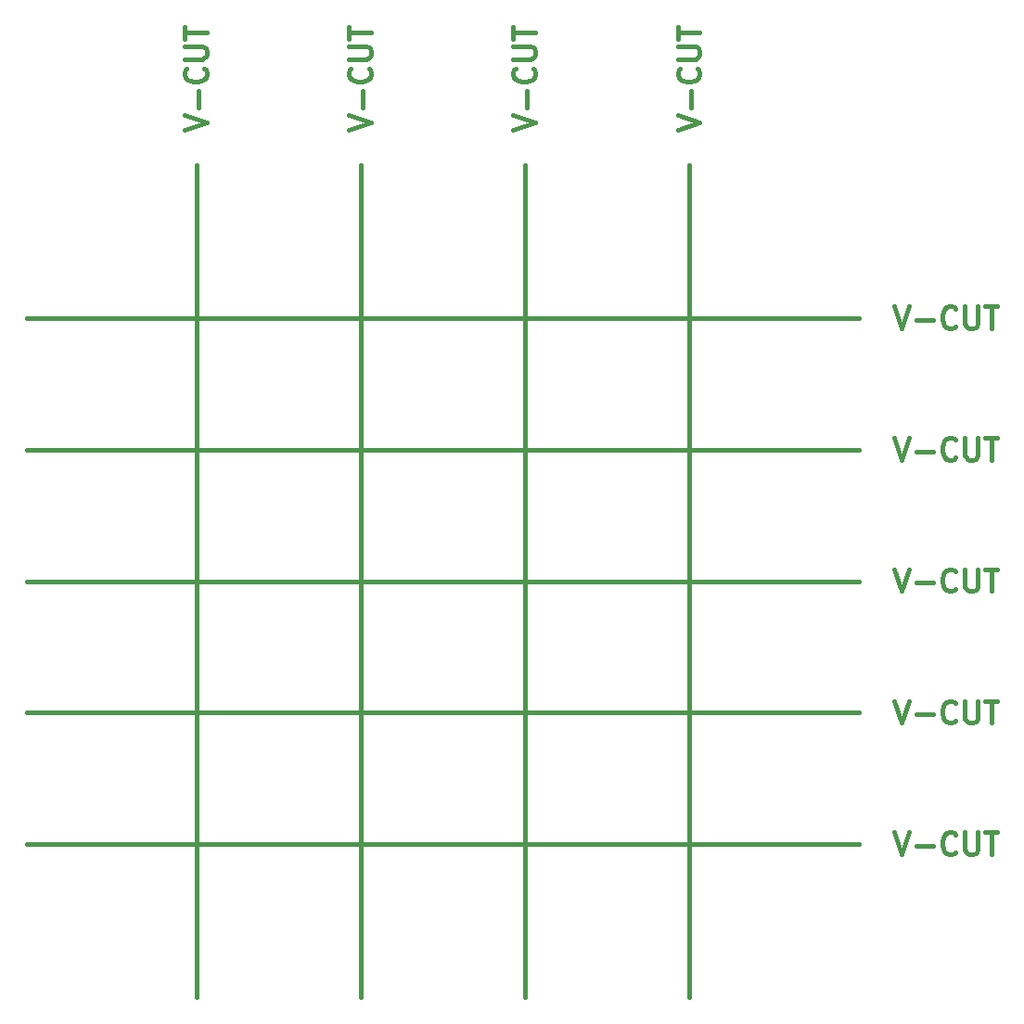
<source format=gbr>
G04 #@! TF.GenerationSoftware,KiCad,Pcbnew,7.0.2-6a45011f42~172~ubuntu22.04.1*
G04 #@! TF.CreationDate,2023-05-28T07:21:03+08:00*
G04 #@! TF.ProjectId,panel_4_3,70616e65-6c5f-4345-9f33-2e6b69636164,rev?*
G04 #@! TF.SameCoordinates,Original*
G04 #@! TF.FileFunction,Other,Comment*
%FSLAX46Y46*%
G04 Gerber Fmt 4.6, Leading zero omitted, Abs format (unit mm)*
G04 Created by KiCad (PCBNEW 7.0.2-6a45011f42~172~ubuntu22.04.1) date 2023-05-28 07:21:03*
%MOMM*%
%LPD*%
G01*
G04 APERTURE LIST*
%ADD10C,0.400000*%
G04 APERTURE END LIST*
D10*
X-3000000Y-35000000D02*
X73000000Y-35000000D01*
X27500000Y3000000D02*
X27500000Y-73000000D01*
X-3000000Y-47000000D02*
X73000000Y-47000000D01*
X-3000000Y-59000000D02*
X73000000Y-59000000D01*
X-3000000Y-23000000D02*
X73000000Y-23000000D01*
X-3000000Y-11000000D02*
X73000000Y-11000000D01*
X42500000Y3000000D02*
X42500000Y-73000000D01*
X57500000Y3000000D02*
X57500000Y-73000000D01*
X12500000Y3000000D02*
X12500000Y-73000000D01*
X11425238Y6190477D02*
X13425238Y6857143D01*
X13425238Y6857143D02*
X11425238Y7523810D01*
X12663333Y8190477D02*
X12663333Y9714286D01*
X13234761Y11809524D02*
X13330000Y11714286D01*
X13330000Y11714286D02*
X13425238Y11428572D01*
X13425238Y11428572D02*
X13425238Y11238096D01*
X13425238Y11238096D02*
X13330000Y10952381D01*
X13330000Y10952381D02*
X13139523Y10761905D01*
X13139523Y10761905D02*
X12949047Y10666667D01*
X12949047Y10666667D02*
X12568095Y10571429D01*
X12568095Y10571429D02*
X12282380Y10571429D01*
X12282380Y10571429D02*
X11901428Y10666667D01*
X11901428Y10666667D02*
X11710952Y10761905D01*
X11710952Y10761905D02*
X11520476Y10952381D01*
X11520476Y10952381D02*
X11425238Y11238096D01*
X11425238Y11238096D02*
X11425238Y11428572D01*
X11425238Y11428572D02*
X11520476Y11714286D01*
X11520476Y11714286D02*
X11615714Y11809524D01*
X11425238Y12666667D02*
X13044285Y12666667D01*
X13044285Y12666667D02*
X13234761Y12761905D01*
X13234761Y12761905D02*
X13330000Y12857143D01*
X13330000Y12857143D02*
X13425238Y13047619D01*
X13425238Y13047619D02*
X13425238Y13428572D01*
X13425238Y13428572D02*
X13330000Y13619048D01*
X13330000Y13619048D02*
X13234761Y13714286D01*
X13234761Y13714286D02*
X13044285Y13809524D01*
X13044285Y13809524D02*
X11425238Y13809524D01*
X11425238Y14476191D02*
X11425238Y15619048D01*
X13425238Y15047619D02*
X11425238Y15047619D01*
X76190476Y-57925238D02*
X76857142Y-59925238D01*
X76857142Y-59925238D02*
X77523809Y-57925238D01*
X78190476Y-59163333D02*
X79714286Y-59163333D01*
X81809523Y-59734761D02*
X81714285Y-59830000D01*
X81714285Y-59830000D02*
X81428571Y-59925238D01*
X81428571Y-59925238D02*
X81238095Y-59925238D01*
X81238095Y-59925238D02*
X80952380Y-59830000D01*
X80952380Y-59830000D02*
X80761904Y-59639523D01*
X80761904Y-59639523D02*
X80666666Y-59449047D01*
X80666666Y-59449047D02*
X80571428Y-59068095D01*
X80571428Y-59068095D02*
X80571428Y-58782380D01*
X80571428Y-58782380D02*
X80666666Y-58401428D01*
X80666666Y-58401428D02*
X80761904Y-58210952D01*
X80761904Y-58210952D02*
X80952380Y-58020476D01*
X80952380Y-58020476D02*
X81238095Y-57925238D01*
X81238095Y-57925238D02*
X81428571Y-57925238D01*
X81428571Y-57925238D02*
X81714285Y-58020476D01*
X81714285Y-58020476D02*
X81809523Y-58115714D01*
X82666666Y-57925238D02*
X82666666Y-59544285D01*
X82666666Y-59544285D02*
X82761904Y-59734761D01*
X82761904Y-59734761D02*
X82857142Y-59830000D01*
X82857142Y-59830000D02*
X83047618Y-59925238D01*
X83047618Y-59925238D02*
X83428571Y-59925238D01*
X83428571Y-59925238D02*
X83619047Y-59830000D01*
X83619047Y-59830000D02*
X83714285Y-59734761D01*
X83714285Y-59734761D02*
X83809523Y-59544285D01*
X83809523Y-59544285D02*
X83809523Y-57925238D01*
X84476190Y-57925238D02*
X85619047Y-57925238D01*
X85047618Y-59925238D02*
X85047618Y-57925238D01*
X76190476Y-45925238D02*
X76857142Y-47925238D01*
X76857142Y-47925238D02*
X77523809Y-45925238D01*
X78190476Y-47163333D02*
X79714286Y-47163333D01*
X81809523Y-47734761D02*
X81714285Y-47830000D01*
X81714285Y-47830000D02*
X81428571Y-47925238D01*
X81428571Y-47925238D02*
X81238095Y-47925238D01*
X81238095Y-47925238D02*
X80952380Y-47830000D01*
X80952380Y-47830000D02*
X80761904Y-47639523D01*
X80761904Y-47639523D02*
X80666666Y-47449047D01*
X80666666Y-47449047D02*
X80571428Y-47068095D01*
X80571428Y-47068095D02*
X80571428Y-46782380D01*
X80571428Y-46782380D02*
X80666666Y-46401428D01*
X80666666Y-46401428D02*
X80761904Y-46210952D01*
X80761904Y-46210952D02*
X80952380Y-46020476D01*
X80952380Y-46020476D02*
X81238095Y-45925238D01*
X81238095Y-45925238D02*
X81428571Y-45925238D01*
X81428571Y-45925238D02*
X81714285Y-46020476D01*
X81714285Y-46020476D02*
X81809523Y-46115714D01*
X82666666Y-45925238D02*
X82666666Y-47544285D01*
X82666666Y-47544285D02*
X82761904Y-47734761D01*
X82761904Y-47734761D02*
X82857142Y-47830000D01*
X82857142Y-47830000D02*
X83047618Y-47925238D01*
X83047618Y-47925238D02*
X83428571Y-47925238D01*
X83428571Y-47925238D02*
X83619047Y-47830000D01*
X83619047Y-47830000D02*
X83714285Y-47734761D01*
X83714285Y-47734761D02*
X83809523Y-47544285D01*
X83809523Y-47544285D02*
X83809523Y-45925238D01*
X84476190Y-45925238D02*
X85619047Y-45925238D01*
X85047618Y-47925238D02*
X85047618Y-45925238D01*
X76190476Y-33925238D02*
X76857142Y-35925238D01*
X76857142Y-35925238D02*
X77523809Y-33925238D01*
X78190476Y-35163333D02*
X79714286Y-35163333D01*
X81809523Y-35734761D02*
X81714285Y-35830000D01*
X81714285Y-35830000D02*
X81428571Y-35925238D01*
X81428571Y-35925238D02*
X81238095Y-35925238D01*
X81238095Y-35925238D02*
X80952380Y-35830000D01*
X80952380Y-35830000D02*
X80761904Y-35639523D01*
X80761904Y-35639523D02*
X80666666Y-35449047D01*
X80666666Y-35449047D02*
X80571428Y-35068095D01*
X80571428Y-35068095D02*
X80571428Y-34782380D01*
X80571428Y-34782380D02*
X80666666Y-34401428D01*
X80666666Y-34401428D02*
X80761904Y-34210952D01*
X80761904Y-34210952D02*
X80952380Y-34020476D01*
X80952380Y-34020476D02*
X81238095Y-33925238D01*
X81238095Y-33925238D02*
X81428571Y-33925238D01*
X81428571Y-33925238D02*
X81714285Y-34020476D01*
X81714285Y-34020476D02*
X81809523Y-34115714D01*
X82666666Y-33925238D02*
X82666666Y-35544285D01*
X82666666Y-35544285D02*
X82761904Y-35734761D01*
X82761904Y-35734761D02*
X82857142Y-35830000D01*
X82857142Y-35830000D02*
X83047618Y-35925238D01*
X83047618Y-35925238D02*
X83428571Y-35925238D01*
X83428571Y-35925238D02*
X83619047Y-35830000D01*
X83619047Y-35830000D02*
X83714285Y-35734761D01*
X83714285Y-35734761D02*
X83809523Y-35544285D01*
X83809523Y-35544285D02*
X83809523Y-33925238D01*
X84476190Y-33925238D02*
X85619047Y-33925238D01*
X85047618Y-35925238D02*
X85047618Y-33925238D01*
X26425238Y6190477D02*
X28425238Y6857143D01*
X28425238Y6857143D02*
X26425238Y7523810D01*
X27663333Y8190477D02*
X27663333Y9714286D01*
X28234761Y11809524D02*
X28330000Y11714286D01*
X28330000Y11714286D02*
X28425238Y11428572D01*
X28425238Y11428572D02*
X28425238Y11238096D01*
X28425238Y11238096D02*
X28330000Y10952381D01*
X28330000Y10952381D02*
X28139523Y10761905D01*
X28139523Y10761905D02*
X27949047Y10666667D01*
X27949047Y10666667D02*
X27568095Y10571429D01*
X27568095Y10571429D02*
X27282380Y10571429D01*
X27282380Y10571429D02*
X26901428Y10666667D01*
X26901428Y10666667D02*
X26710952Y10761905D01*
X26710952Y10761905D02*
X26520476Y10952381D01*
X26520476Y10952381D02*
X26425238Y11238096D01*
X26425238Y11238096D02*
X26425238Y11428572D01*
X26425238Y11428572D02*
X26520476Y11714286D01*
X26520476Y11714286D02*
X26615714Y11809524D01*
X26425238Y12666667D02*
X28044285Y12666667D01*
X28044285Y12666667D02*
X28234761Y12761905D01*
X28234761Y12761905D02*
X28330000Y12857143D01*
X28330000Y12857143D02*
X28425238Y13047619D01*
X28425238Y13047619D02*
X28425238Y13428572D01*
X28425238Y13428572D02*
X28330000Y13619048D01*
X28330000Y13619048D02*
X28234761Y13714286D01*
X28234761Y13714286D02*
X28044285Y13809524D01*
X28044285Y13809524D02*
X26425238Y13809524D01*
X26425238Y14476191D02*
X26425238Y15619048D01*
X28425238Y15047619D02*
X26425238Y15047619D01*
X41425238Y6190477D02*
X43425238Y6857143D01*
X43425238Y6857143D02*
X41425238Y7523810D01*
X42663333Y8190477D02*
X42663333Y9714286D01*
X43234761Y11809524D02*
X43330000Y11714286D01*
X43330000Y11714286D02*
X43425238Y11428572D01*
X43425238Y11428572D02*
X43425238Y11238096D01*
X43425238Y11238096D02*
X43330000Y10952381D01*
X43330000Y10952381D02*
X43139523Y10761905D01*
X43139523Y10761905D02*
X42949047Y10666667D01*
X42949047Y10666667D02*
X42568095Y10571429D01*
X42568095Y10571429D02*
X42282380Y10571429D01*
X42282380Y10571429D02*
X41901428Y10666667D01*
X41901428Y10666667D02*
X41710952Y10761905D01*
X41710952Y10761905D02*
X41520476Y10952381D01*
X41520476Y10952381D02*
X41425238Y11238096D01*
X41425238Y11238096D02*
X41425238Y11428572D01*
X41425238Y11428572D02*
X41520476Y11714286D01*
X41520476Y11714286D02*
X41615714Y11809524D01*
X41425238Y12666667D02*
X43044285Y12666667D01*
X43044285Y12666667D02*
X43234761Y12761905D01*
X43234761Y12761905D02*
X43330000Y12857143D01*
X43330000Y12857143D02*
X43425238Y13047619D01*
X43425238Y13047619D02*
X43425238Y13428572D01*
X43425238Y13428572D02*
X43330000Y13619048D01*
X43330000Y13619048D02*
X43234761Y13714286D01*
X43234761Y13714286D02*
X43044285Y13809524D01*
X43044285Y13809524D02*
X41425238Y13809524D01*
X41425238Y14476191D02*
X41425238Y15619048D01*
X43425238Y15047619D02*
X41425238Y15047619D01*
X56425238Y6190477D02*
X58425238Y6857143D01*
X58425238Y6857143D02*
X56425238Y7523810D01*
X57663333Y8190477D02*
X57663333Y9714286D01*
X58234761Y11809524D02*
X58330000Y11714286D01*
X58330000Y11714286D02*
X58425238Y11428572D01*
X58425238Y11428572D02*
X58425238Y11238096D01*
X58425238Y11238096D02*
X58330000Y10952381D01*
X58330000Y10952381D02*
X58139523Y10761905D01*
X58139523Y10761905D02*
X57949047Y10666667D01*
X57949047Y10666667D02*
X57568095Y10571429D01*
X57568095Y10571429D02*
X57282380Y10571429D01*
X57282380Y10571429D02*
X56901428Y10666667D01*
X56901428Y10666667D02*
X56710952Y10761905D01*
X56710952Y10761905D02*
X56520476Y10952381D01*
X56520476Y10952381D02*
X56425238Y11238096D01*
X56425238Y11238096D02*
X56425238Y11428572D01*
X56425238Y11428572D02*
X56520476Y11714286D01*
X56520476Y11714286D02*
X56615714Y11809524D01*
X56425238Y12666667D02*
X58044285Y12666667D01*
X58044285Y12666667D02*
X58234761Y12761905D01*
X58234761Y12761905D02*
X58330000Y12857143D01*
X58330000Y12857143D02*
X58425238Y13047619D01*
X58425238Y13047619D02*
X58425238Y13428572D01*
X58425238Y13428572D02*
X58330000Y13619048D01*
X58330000Y13619048D02*
X58234761Y13714286D01*
X58234761Y13714286D02*
X58044285Y13809524D01*
X58044285Y13809524D02*
X56425238Y13809524D01*
X56425238Y14476191D02*
X56425238Y15619048D01*
X58425238Y15047619D02*
X56425238Y15047619D01*
X76190476Y-21925238D02*
X76857142Y-23925238D01*
X76857142Y-23925238D02*
X77523809Y-21925238D01*
X78190476Y-23163333D02*
X79714286Y-23163333D01*
X81809523Y-23734761D02*
X81714285Y-23830000D01*
X81714285Y-23830000D02*
X81428571Y-23925238D01*
X81428571Y-23925238D02*
X81238095Y-23925238D01*
X81238095Y-23925238D02*
X80952380Y-23830000D01*
X80952380Y-23830000D02*
X80761904Y-23639523D01*
X80761904Y-23639523D02*
X80666666Y-23449047D01*
X80666666Y-23449047D02*
X80571428Y-23068095D01*
X80571428Y-23068095D02*
X80571428Y-22782380D01*
X80571428Y-22782380D02*
X80666666Y-22401428D01*
X80666666Y-22401428D02*
X80761904Y-22210952D01*
X80761904Y-22210952D02*
X80952380Y-22020476D01*
X80952380Y-22020476D02*
X81238095Y-21925238D01*
X81238095Y-21925238D02*
X81428571Y-21925238D01*
X81428571Y-21925238D02*
X81714285Y-22020476D01*
X81714285Y-22020476D02*
X81809523Y-22115714D01*
X82666666Y-21925238D02*
X82666666Y-23544285D01*
X82666666Y-23544285D02*
X82761904Y-23734761D01*
X82761904Y-23734761D02*
X82857142Y-23830000D01*
X82857142Y-23830000D02*
X83047618Y-23925238D01*
X83047618Y-23925238D02*
X83428571Y-23925238D01*
X83428571Y-23925238D02*
X83619047Y-23830000D01*
X83619047Y-23830000D02*
X83714285Y-23734761D01*
X83714285Y-23734761D02*
X83809523Y-23544285D01*
X83809523Y-23544285D02*
X83809523Y-21925238D01*
X84476190Y-21925238D02*
X85619047Y-21925238D01*
X85047618Y-23925238D02*
X85047618Y-21925238D01*
X76190476Y-9925238D02*
X76857142Y-11925238D01*
X76857142Y-11925238D02*
X77523809Y-9925238D01*
X78190476Y-11163333D02*
X79714286Y-11163333D01*
X81809523Y-11734761D02*
X81714285Y-11830000D01*
X81714285Y-11830000D02*
X81428571Y-11925238D01*
X81428571Y-11925238D02*
X81238095Y-11925238D01*
X81238095Y-11925238D02*
X80952380Y-11830000D01*
X80952380Y-11830000D02*
X80761904Y-11639523D01*
X80761904Y-11639523D02*
X80666666Y-11449047D01*
X80666666Y-11449047D02*
X80571428Y-11068095D01*
X80571428Y-11068095D02*
X80571428Y-10782380D01*
X80571428Y-10782380D02*
X80666666Y-10401428D01*
X80666666Y-10401428D02*
X80761904Y-10210952D01*
X80761904Y-10210952D02*
X80952380Y-10020476D01*
X80952380Y-10020476D02*
X81238095Y-9925238D01*
X81238095Y-9925238D02*
X81428571Y-9925238D01*
X81428571Y-9925238D02*
X81714285Y-10020476D01*
X81714285Y-10020476D02*
X81809523Y-10115714D01*
X82666666Y-9925238D02*
X82666666Y-11544285D01*
X82666666Y-11544285D02*
X82761904Y-11734761D01*
X82761904Y-11734761D02*
X82857142Y-11830000D01*
X82857142Y-11830000D02*
X83047618Y-11925238D01*
X83047618Y-11925238D02*
X83428571Y-11925238D01*
X83428571Y-11925238D02*
X83619047Y-11830000D01*
X83619047Y-11830000D02*
X83714285Y-11734761D01*
X83714285Y-11734761D02*
X83809523Y-11544285D01*
X83809523Y-11544285D02*
X83809523Y-9925238D01*
X84476190Y-9925238D02*
X85619047Y-9925238D01*
X85047618Y-11925238D02*
X85047618Y-9925238D01*
M02*

</source>
